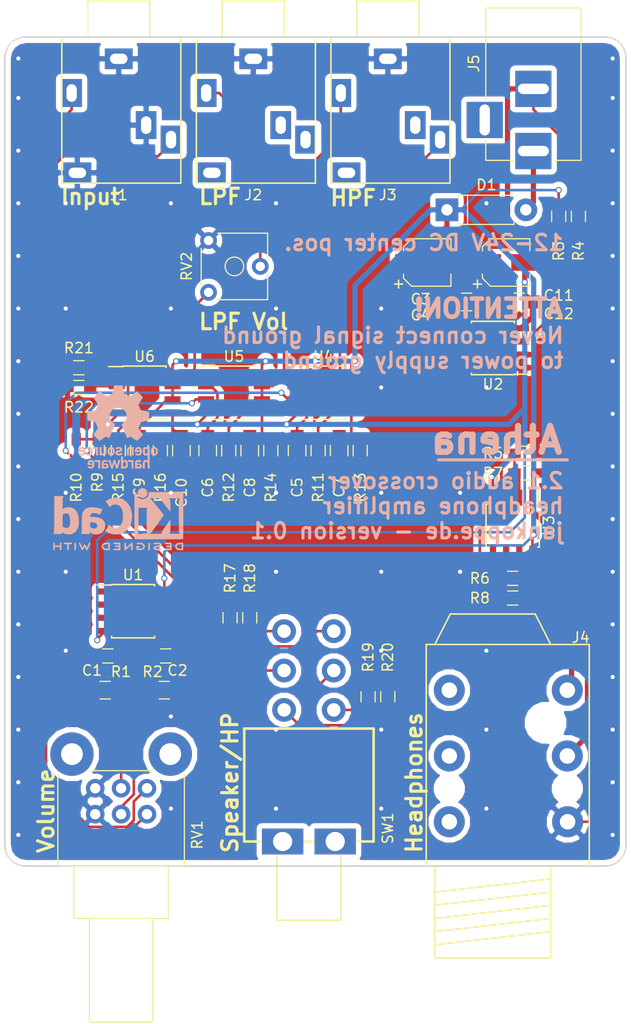
<source format=kicad_pcb>
(kicad_pcb (version 4) (host pcbnew 4.0.7)
  (title_block (title Athena) (date 2018-02-22) (rev 0.1) (company jankoppe.de) (comment 1 "2.1 audio crossover") (comment 2 "headphone amplifier"))
  (layers (0 F.Cu signal) (31 B.Cu signal) (34 B.Paste user) (35 F.Paste user) (36 B.SilkS user) (37 F.SilkS user) (38 B.Mask user) (39 F.Mask user) (44 Edge.Cuts user))
  (net 0 "")
  (net 1 GND)
  (net 2 "Net-(C1-Pad1)")
  (net 3 "Net-(C1-Pad2)")
  (net 4 "Net-(C2-Pad1)")
  (net 5 "Net-(C2-Pad2)")
  (net 6 "Net-(D1-Pad2)")
  (net 7 "Net-(R3-Pad2)")
  (net 8 "Net-(J1-Pad1)")
  (net 9 "Net-(J1-Pad2)")
  (net 10 HP_R)
  (net 11 HP_L)
  (net 12 "Net-(R5-Pad2)")
  (net 13 "Net-(R6-Pad1)")
  (net 14 "Net-(C5-Pad1)")
  (net 15 "Net-(C5-Pad2)")
  (net 16 "Net-(C6-Pad1)")
  (net 17 "Net-(C6-Pad2)")
  (net 18 "Net-(C7-Pad1)")
  (net 19 "Net-(C8-Pad1)")
  (net 20 "Net-(C9-Pad1)")
  (net 21 "Net-(C10-Pad2)")
  (net 22 TOP_R)
  (net 23 TOP_L)
  (net 24 SUB)
  (net 25 "Net-(R10-Pad1)")
  (net 26 "Net-(R15-Pad2)")
  (net 27 +6V)
  (net 28 -6V)
  (net 29 "Net-(C9-Pad2)")
  (net 30 IN_SPK_L)
  (net 31 IN_HP_R)
  (net 32 IN_HP_L)
  (net 33 IN_SPK_R)
  (net 34 "Net-(SW1-Pad2)")
  (net 35 "Net-(SW1-Pad5)")
  (net 36 "Net-(R21-Pad2)")
  (module MS-500:MS500FVT (layer F.Cu) (at 65.405 112.395 180)
    (fp_text reference SW1 (at -7.62 1.27 270) (layer F.SilkS))
    (fp_text value "MS 500FVT")
    (pad "" thru_hole rect (at 2.54 0 180) (size 4 2.5) (drill 1.85) (layers *.Cu *.Mask))
    (pad "" thru_hole rect (at -2.54 0 180) (size 4 2.5) (drill 1.85) (layers *.Cu *.Mask))
    (pad 4 thru_hole circle (at 2.4 12.7 180) (size 2.3 2.3) (drill 1.3) (layers *.Cu *.Mask) (net 32 IN_HP_L))
    (pad 1 thru_hole circle (at -2.4 12.7 180) (size 2.3 2.3) (drill 1.3) (layers *.Cu *.Mask) (net 31 IN_HP_R))
    (pad 2 thru_hole circle (at -2.4 16.5 180) (size 2.3 2.3) (drill 1.3) (layers *.Cu *.Mask) (net 34 "Net-(SW1-Pad2)"))
    (pad 5 thru_hole circle (at 2.4 16.5 180) (size 2.3 2.3) (drill 1.3) (layers *.Cu *.Mask) (net 35 "Net-(SW1-Pad5)"))
    (pad 6 thru_hole circle (at 2.4 20.3 180) (size 2.3 2.3) (drill 1.3) (layers *.Cu *.Mask) (net 30 IN_SPK_L))
    (pad 3 thru_hole circle (at -2.4 20.3 180) (size 2.3 2.3) (drill 1.3) (layers *.Cu *.Mask) (net 33 IN_SPK_R))
  )
  (module NRJ6HF:NRJ6HF (layer F.Cu) (at 83.165 114.74 180)
    (fp_text reference J4 (at -8.5 22.03 180) (layer F.SilkS))
    (fp_text value NRJ6HF)
    (pad 6 thru_hole circle (at 4.2 4.25 180) (size 3 3) (drill 1.5) (layers *.Cu *.Mask))
    (pad 5 thru_hole circle (at 4.2 10.6 180) (size 3 3) (drill 1.5) (layers *.Cu *.Mask))
    (pad 4 thru_hole circle (at 4.2 16.95 180) (size 3 3) (drill 1.5) (layers *.Cu *.Mask))
    (pad 3 thru_hole circle (at -7.23 4.25 180) (size 3 3) (drill 1.5) (layers *.Cu *.Mask) (net 1 GND))
    (pad 2 thru_hole circle (at -7.2 10.6 180) (size 3 3) (drill 1.5) (layers *.Cu *.Mask) (net 10 HP_R))
    (pad 1 thru_hole circle (at -7.2 16.95 180) (size 3 3) (drill 1.5) (layers *.Cu *.Mask) (net 11 HP_L))
    (pad "" np_thru_hole circle (at -5.1 13.8 180) (size 3 3) (drill 3) (layers *.Cu *.Mask))
    (pad "" np_thru_hole circle (at 4.2 7.45 180) (size 2 2) (drill 2) (layers *.Cu *.Mask))
    (pad "" np_thru_hole circle (at -7.2 7.45 180) (size 2 2) (drill 2) (layers *.Cu *.Mask))
  )
  (module Connectors:BARREL_JACK (layer F.Cu) (at 87.09 45.76 270)
    (fp_text reference J5 (at -8.45 5.75 450) (layer F.SilkS))
    (fp_text value "DC BU21 90")
    (pad 1 thru_hole rect (at 0 0 270) (size 3.5 3.5) (drill oval 1 3) (layers *.Cu *.Mask) (net 6 "Net-(D1-Pad2)"))
    (pad 2 thru_hole rect (at -6 0 270) (size 3.5 3.5) (drill oval 1 3) (layers *.Cu *.Mask) (net 28 -6V))
    (pad 3 thru_hole rect (at -3 4.7 270) (size 3.5 3.5) (drill oval 3 1) (layers *.Cu *.Mask))
  )
  (module Potentiometers:Potentiometer_Alps_RK09L_Double_Vertical (layer F.Cu) (at 44.76 109.76 270)
    (fp_text reference RV1 (at 2 -9.85 270) (layer F.SilkS))
    (fp_text value "10k log")
    (pad 3 thru_hole circle (at 0 -5 270) (size 1.8 1.8) (drill 1) (layers *.Cu *.Mask) (net 8 "Net-(J1-Pad1)"))
    (pad 2 thru_hole circle (at 0 -2.5 270) (size 1.8 1.8) (drill 1) (layers *.Cu *.Mask) (net 5 "Net-(C2-Pad2)"))
    (pad 1 thru_hole circle (at 0 0 270) (size 1.8 1.8) (drill 1) (layers *.Cu *.Mask) (net 1 GND))
    (pad 6 thru_hole circle (at -2.5 -5 270) (size 1.8 1.8) (drill 1) (layers *.Cu *.Mask) (net 9 "Net-(J1-Pad2)"))
    (pad 5 thru_hole circle (at -2.5 -2.5 270) (size 1.8 1.8) (drill 1) (layers *.Cu *.Mask) (net 3 "Net-(C1-Pad2)"))
    (pad 4 thru_hole circle (at -2.5 0 270) (size 1.8 1.8) (drill 1) (layers *.Cu *.Mask) (net 1 GND))
    (pad 0 thru_hole circle (at -5.8 -7.25 270) (size 4.2 4.2) (drill 2.1) (layers *.Cu *.Mask))
    (pad 0 thru_hole circle (at -5.8 2.25 270) (size 4.2 4.2) (drill 2.1) (layers *.Cu *.Mask))
  )
  (module Capacitors_SMD:C_0805_HandSoldering (layer F.Cu) (at 45.72 97.79 180)
    (fp_text reference C1 (at 1.27 1.905 180) (layer F.SilkS))
    (fp_text value 100n)
    (pad 1 smd rect (at -1.25 0 180) (size 1.5 1.25) (layers F.Cu F.Paste F.Mask) (net 2 "Net-(C1-Pad1)"))
    (pad 2 smd rect (at 1.25 0 180) (size 1.5 1.25) (layers F.Cu F.Paste F.Mask) (net 3 "Net-(C1-Pad2)"))
  )
  (module Capacitors_SMD:C_0805_HandSoldering (layer F.Cu) (at 51.435 97.79)
    (fp_text reference C2 (at 1.27 -1.905) (layer F.SilkS))
    (fp_text value 100n)
    (pad 1 smd rect (at -1.25 0) (size 1.5 1.25) (layers F.Cu F.Paste F.Mask) (net 4 "Net-(C2-Pad1)"))
    (pad 2 smd rect (at 1.25 0) (size 1.5 1.25) (layers F.Cu F.Paste F.Mask) (net 5 "Net-(C2-Pad2)"))
  )
  (module Capacitors_SMD:C_0805_HandSoldering (layer F.Cu) (at 80.645 60.325)
    (fp_text reference C4 (at -4.445 1.27) (layer F.SilkS))
    (fp_text value 100n)
    (pad 1 smd rect (at -1.25 0) (size 1.5 1.25) (layers F.Cu F.Paste F.Mask) (net 27 +6V))
    (pad 2 smd rect (at 1.25 0) (size 1.5 1.25) (layers F.Cu F.Paste F.Mask) (net 1 GND))
  )
  (module Diodes_THT:D_DO-41_SOD81_P7.62mm_Horizontal (layer F.Cu) (at 78.74 51.435)
    (fp_text reference D1 (at 3.81 -2.41) (layer F.SilkS))
    (fp_text value 1n4001)
    (pad 1 thru_hole rect (at 0 0) (size 2.2 2.2) (drill 1.1) (layers *.Cu *.Mask) (net 27 +6V))
    (pad 2 thru_hole oval (at 7.62 0) (size 2.2 2.2) (drill 1.1) (layers *.Cu *.Mask) (net 6 "Net-(D1-Pad2)"))
  )
  (module Resistors_SMD:R_0603_HandSoldering (layer F.Cu) (at 45.974 94.488 180)
    (fp_text reference R1 (at -1.27 -1.524 180) (layer F.SilkS))
    (fp_text value 100k)
    (pad 1 smd rect (at -1.1 0 180) (size 1.2 0.9) (layers F.Cu F.Paste F.Mask) (net 2 "Net-(C1-Pad1)"))
    (pad 2 smd rect (at 1.1 0 180) (size 1.2 0.9) (layers F.Cu F.Paste F.Mask) (net 1 GND))
  )
  (module Resistors_SMD:R_0603_HandSoldering (layer F.Cu) (at 51.562 94.488)
    (fp_text reference R2 (at -1.27 1.524) (layer F.SilkS))
    (fp_text value 100k)
    (pad 1 smd rect (at -1.1 0) (size 1.2 0.9) (layers F.Cu F.Paste F.Mask) (net 4 "Net-(C2-Pad1)"))
    (pad 2 smd rect (at 1.1 0) (size 1.2 0.9) (layers F.Cu F.Paste F.Mask) (net 1 GND))
  )
  (module Housings_SOIC:SOIC-8_3.9x4.9mm_Pitch1.27mm (layer F.Cu) (at 48.42 90.17)
    (fp_text reference U1 (at 0 -3.5) (layer F.SilkS))
    (fp_text value NE5532)
    (pad 1 smd rect (at -2.7 -1.905) (size 1.55 0.6) (layers F.Cu F.Paste F.Mask) (net 34 "Net-(SW1-Pad2)"))
    (pad 2 smd rect (at -2.7 -0.635) (size 1.55 0.6) (layers F.Cu F.Paste F.Mask) (net 34 "Net-(SW1-Pad2)"))
    (pad 3 smd rect (at -2.7 0.635) (size 1.55 0.6) (layers F.Cu F.Paste F.Mask) (net 2 "Net-(C1-Pad1)"))
    (pad 4 smd rect (at -2.7 1.905) (size 1.55 0.6) (layers F.Cu F.Paste F.Mask) (net 28 -6V))
    (pad 5 smd rect (at 2.7 1.905) (size 1.55 0.6) (layers F.Cu F.Paste F.Mask) (net 4 "Net-(C2-Pad1)"))
    (pad 6 smd rect (at 2.7 0.635) (size 1.55 0.6) (layers F.Cu F.Paste F.Mask) (net 35 "Net-(SW1-Pad5)"))
    (pad 7 smd rect (at 2.7 -0.635) (size 1.55 0.6) (layers F.Cu F.Paste F.Mask) (net 35 "Net-(SW1-Pad5)"))
    (pad 8 smd rect (at 2.7 -1.905) (size 1.55 0.6) (layers F.Cu F.Paste F.Mask) (net 27 +6V))
  )
  (module Housings_SOIC:SOIC-8_3.9x4.9mm_Pitch1.27mm (layer F.Cu) (at 83.185 64.77 180)
    (fp_text reference U2 (at 0 -3.5 180) (layer F.SilkS))
    (fp_text value TL072)
    (pad 1 smd rect (at -2.7 -1.905 180) (size 1.55 0.6) (layers F.Cu F.Paste F.Mask) (net 1 GND))
    (pad 2 smd rect (at -2.7 -0.635 180) (size 1.55 0.6) (layers F.Cu F.Paste F.Mask) (net 1 GND))
    (pad 3 smd rect (at -2.7 0.635 180) (size 1.55 0.6) (layers F.Cu F.Paste F.Mask) (net 7 "Net-(R3-Pad2)"))
    (pad 4 smd rect (at -2.7 1.905 180) (size 1.55 0.6) (layers F.Cu F.Paste F.Mask) (net 28 -6V))
    (pad 5 smd rect (at 2.7 1.905 180) (size 1.55 0.6) (layers F.Cu F.Paste F.Mask))
    (pad 6 smd rect (at 2.7 0.635 180) (size 1.55 0.6) (layers F.Cu F.Paste F.Mask))
    (pad 7 smd rect (at 2.7 -0.635 180) (size 1.55 0.6) (layers F.Cu F.Paste F.Mask))
    (pad 8 smd rect (at 2.7 -1.905 180) (size 1.55 0.6) (layers F.Cu F.Paste F.Mask) (net 27 +6V))
  )
  (module Resistors_SMD:R_0603_HandSoldering (layer F.Cu) (at 89.535 52.07 270)
    (fp_text reference R3 (at 3.345 0 270) (layer F.SilkS))
    (fp_text value 10k)
    (pad 1 smd rect (at -1.1 0 270) (size 1.2 0.9) (layers F.Cu F.Paste F.Mask) (net 27 +6V))
    (pad 2 smd rect (at 1.1 0 270) (size 1.2 0.9) (layers F.Cu F.Paste F.Mask) (net 7 "Net-(R3-Pad2)"))
  )
  (module Resistors_SMD:R_0603_HandSoldering (layer F.Cu) (at 91.44 52.07 90)
    (fp_text reference R4 (at -3.345 0 90) (layer F.SilkS))
    (fp_text value 10k)
    (pad 1 smd rect (at -1.1 0 90) (size 1.2 0.9) (layers F.Cu F.Paste F.Mask) (net 7 "Net-(R3-Pad2)"))
    (pad 2 smd rect (at 1.1 0 90) (size 1.2 0.9) (layers F.Cu F.Paste F.Mask) (net 28 -6V))
  )
  (module Resistors_SMD:R_0603_HandSoldering (layer F.Cu) (at 86.36 74.93 180)
    (fp_text reference R5 (at 3.175 0 180) (layer F.SilkS))
    (fp_text value 2k7)
    (pad 1 smd rect (at -1.1 0 180) (size 1.2 0.9) (layers F.Cu F.Paste F.Mask) (net 1 GND))
    (pad 2 smd rect (at 1.1 0 180) (size 1.2 0.9) (layers F.Cu F.Paste F.Mask) (net 12 "Net-(R5-Pad2)"))
  )
  (module Resistors_SMD:R_0603_HandSoldering (layer F.Cu) (at 85.09 88.9)
    (fp_text reference R6 (at -3.175 -1.905) (layer F.SilkS))
    (fp_text value 2k7)
    (pad 1 smd rect (at -1.1 0) (size 1.2 0.9) (layers F.Cu F.Paste F.Mask) (net 13 "Net-(R6-Pad1)"))
    (pad 2 smd rect (at 1.1 0) (size 1.2 0.9) (layers F.Cu F.Paste F.Mask) (net 1 GND))
  )
  (module Resistors_SMD:R_0603_HandSoldering (layer F.Cu) (at 86.36 76.835 180)
    (fp_text reference R7 (at 3.175 0 180) (layer F.SilkS))
    (fp_text value 8k2)
    (pad 1 smd rect (at -1.1 0 180) (size 1.2 0.9) (layers F.Cu F.Paste F.Mask) (net 10 HP_R))
    (pad 2 smd rect (at 1.1 0 180) (size 1.2 0.9) (layers F.Cu F.Paste F.Mask) (net 12 "Net-(R5-Pad2)"))
  )
  (module Resistors_SMD:R_0603_HandSoldering (layer F.Cu) (at 85.09 86.995 180)
    (fp_text reference R8 (at 3.175 -1.905 180) (layer F.SilkS))
    (fp_text value 8k2)
    (pad 1 smd rect (at -1.1 0 180) (size 1.2 0.9) (layers F.Cu F.Paste F.Mask) (net 11 HP_L))
    (pad 2 smd rect (at 1.1 0 180) (size 1.2 0.9) (layers F.Cu F.Paste F.Mask) (net 13 "Net-(R6-Pad1)"))
  )
  (module Housings_SOIC:SOIC-8_3.9x4.9mm_Pitch1.27mm (layer F.Cu) (at 85.09 81.915 270)
    (fp_text reference U3 (at 0 -3.5 270) (layer F.SilkS))
    (fp_text value OPA2134)
    (pad 1 smd rect (at -2.7 -1.905 270) (size 1.55 0.6) (layers F.Cu F.Paste F.Mask) (net 10 HP_R))
    (pad 2 smd rect (at -2.7 -0.635 270) (size 1.55 0.6) (layers F.Cu F.Paste F.Mask) (net 12 "Net-(R5-Pad2)"))
    (pad 3 smd rect (at -2.7 0.635 270) (size 1.55 0.6) (layers F.Cu F.Paste F.Mask) (net 31 IN_HP_R))
    (pad 4 smd rect (at -2.7 1.905 270) (size 1.55 0.6) (layers F.Cu F.Paste F.Mask) (net 28 -6V))
    (pad 5 smd rect (at 2.7 1.905 270) (size 1.55 0.6) (layers F.Cu F.Paste F.Mask) (net 32 IN_HP_L))
    (pad 6 smd rect (at 2.7 0.635 270) (size 1.55 0.6) (layers F.Cu F.Paste F.Mask) (net 13 "Net-(R6-Pad1)"))
    (pad 7 smd rect (at 2.7 -0.635 270) (size 1.55 0.6) (layers F.Cu F.Paste F.Mask) (net 11 HP_L))
    (pad 8 smd rect (at 2.7 -1.905 270) (size 1.55 0.6) (layers F.Cu F.Paste F.Mask) (net 27 +6V))
  )
  (module Housings_SOIC:SOIC-8_3.9x4.9mm_Pitch1.27mm (layer F.Cu) (at 66.802 69.088)
    (fp_text reference U4 (at 0 -3.5) (layer F.SilkS))
    (fp_text value NE5532)
    (pad 1 smd rect (at -2.7 -1.905) (size 1.55 0.6) (layers F.Cu F.Paste F.Mask) (net 15 "Net-(C5-Pad2)"))
    (pad 2 smd rect (at -2.7 -0.635) (size 1.55 0.6) (layers F.Cu F.Paste F.Mask) (net 15 "Net-(C5-Pad2)"))
    (pad 3 smd rect (at -2.7 0.635) (size 1.55 0.6) (layers F.Cu F.Paste F.Mask) (net 33 IN_SPK_R))
    (pad 4 smd rect (at -2.7 1.905) (size 1.55 0.6) (layers F.Cu F.Paste F.Mask) (net 28 -6V))
    (pad 5 smd rect (at 2.7 1.905) (size 1.55 0.6) (layers F.Cu F.Paste F.Mask) (net 18 "Net-(C7-Pad1)"))
    (pad 6 smd rect (at 2.7 0.635) (size 1.55 0.6) (layers F.Cu F.Paste F.Mask) (net 22 TOP_R))
    (pad 7 smd rect (at 2.7 -0.635) (size 1.55 0.6) (layers F.Cu F.Paste F.Mask) (net 22 TOP_R))
    (pad 8 smd rect (at 2.7 -1.905) (size 1.55 0.6) (layers F.Cu F.Paste F.Mask) (net 27 +6V))
  )
  (module Capacitors_SMD:C_0805_HandSoldering (layer F.Cu) (at 64.262 74.676 90)
    (fp_text reference C5 (at -3.556 0 90) (layer F.SilkS))
    (fp_text value 100n)
    (pad 1 smd rect (at -1.25 0 90) (size 1.5 1.25) (layers F.Cu F.Paste F.Mask) (net 14 "Net-(C5-Pad1)"))
    (pad 2 smd rect (at 1.25 0 90) (size 1.5 1.25) (layers F.Cu F.Paste F.Mask) (net 15 "Net-(C5-Pad2)"))
  )
  (module Capacitors_SMD:C_0805_HandSoldering (layer F.Cu) (at 55.626 74.676 90)
    (fp_text reference C6 (at -3.556 0 90) (layer F.SilkS))
    (fp_text value 100n)
    (pad 1 smd rect (at -1.25 0 90) (size 1.5 1.25) (layers F.Cu F.Paste F.Mask) (net 16 "Net-(C6-Pad1)"))
    (pad 2 smd rect (at 1.25 0 90) (size 1.5 1.25) (layers F.Cu F.Paste F.Mask) (net 17 "Net-(C6-Pad2)"))
  )
  (module Capacitors_SMD:C_0805_HandSoldering (layer F.Cu) (at 68.326 74.676 270)
    (fp_text reference C7 (at 3.556 0 270) (layer F.SilkS))
    (fp_text value 100n)
    (pad 1 smd rect (at -1.25 0 270) (size 1.5 1.25) (layers F.Cu F.Paste F.Mask) (net 18 "Net-(C7-Pad1)"))
    (pad 2 smd rect (at 1.25 0 270) (size 1.5 1.25) (layers F.Cu F.Paste F.Mask) (net 14 "Net-(C5-Pad1)"))
  )
  (module Capacitors_SMD:C_0805_HandSoldering (layer F.Cu) (at 59.69 74.676 270)
    (fp_text reference C8 (at 3.556 0 270) (layer F.SilkS))
    (fp_text value 100n)
    (pad 1 smd rect (at -1.25 0 270) (size 1.5 1.25) (layers F.Cu F.Paste F.Mask) (net 19 "Net-(C8-Pad1)"))
    (pad 2 smd rect (at 1.25 0 270) (size 1.5 1.25) (layers F.Cu F.Paste F.Mask) (net 16 "Net-(C6-Pad1)"))
  )
  (module Capacitors_SMD:C_0805_HandSoldering (layer F.Cu) (at 49.022 74.676 90)
    (fp_text reference C9 (at -3.556 0 90) (layer F.SilkS))
    (fp_text value 100n)
    (pad 1 smd rect (at -1.25 0 90) (size 1.5 1.25) (layers F.Cu F.Paste F.Mask) (net 20 "Net-(C9-Pad1)"))
    (pad 2 smd rect (at 1.25 0 90) (size 1.5 1.25) (layers F.Cu F.Paste F.Mask) (net 29 "Net-(C9-Pad2)"))
  )
  (module Capacitors_SMD:C_0805_HandSoldering (layer F.Cu) (at 53.086 74.676 90)
    (fp_text reference C10 (at -4.064 0 90) (layer F.SilkS))
    (fp_text value 100n)
    (pad 1 smd rect (at -1.25 0 90) (size 1.5 1.25) (layers F.Cu F.Paste F.Mask) (net 1 GND))
    (pad 2 smd rect (at 1.25 0 90) (size 1.5 1.25) (layers F.Cu F.Paste F.Mask) (net 21 "Net-(C10-Pad2)"))
  )
  (module Capacitors_SMD:C_0805_HandSoldering (layer F.Cu) (at 85.725 60.325)
    (fp_text reference C12 (at 3.81 1.143) (layer F.SilkS))
    (fp_text value 100n)
    (pad 1 smd rect (at -1.25 0) (size 1.5 1.25) (layers F.Cu F.Paste F.Mask) (net 1 GND))
    (pad 2 smd rect (at 1.25 0) (size 1.5 1.25) (layers F.Cu F.Paste F.Mask) (net 28 -6V))
  )
  (module Resistors_SMD:R_0603_HandSoldering (layer F.Cu) (at 44.958 74.676 270)
    (fp_text reference R9 (at 3.048 0 270) (layer F.SilkS))
    (fp_text value 10k)
    (pad 1 smd rect (at -1.1 0 270) (size 1.2 0.9) (layers F.Cu F.Paste F.Mask) (net 25 "Net-(R10-Pad1)"))
    (pad 2 smd rect (at 1.1 0 270) (size 1.2 0.9) (layers F.Cu F.Paste F.Mask) (net 30 IN_SPK_L))
  )
  (module Resistors_SMD:R_0603_HandSoldering (layer F.Cu) (at 42.926 74.676 270)
    (fp_text reference R10 (at 3.556 0 270) (layer F.SilkS))
    (fp_text value 10k)
    (pad 1 smd rect (at -1.1 0 270) (size 1.2 0.9) (layers F.Cu F.Paste F.Mask) (net 25 "Net-(R10-Pad1)"))
    (pad 2 smd rect (at 1.1 0 270) (size 1.2 0.9) (layers F.Cu F.Paste F.Mask) (net 33 IN_SPK_R))
  )
  (module Resistors_SMD:R_0603_HandSoldering (layer F.Cu) (at 66.294 74.676 270)
    (fp_text reference R11 (at 3.556 0 270) (layer F.SilkS))
    (fp_text value 22k)
    (pad 1 smd rect (at -1.1 0 270) (size 1.2 0.9) (layers F.Cu F.Paste F.Mask) (net 22 TOP_R))
    (pad 2 smd rect (at 1.1 0 270) (size 1.2 0.9) (layers F.Cu F.Paste F.Mask) (net 14 "Net-(C5-Pad1)"))
  )
  (module Resistors_SMD:R_0603_HandSoldering (layer F.Cu) (at 57.658 74.676 270)
    (fp_text reference R12 (at 3.556 0 270) (layer F.SilkS))
    (fp_text value 22k)
    (pad 1 smd rect (at -1.1 0 270) (size 1.2 0.9) (layers F.Cu F.Paste F.Mask) (net 23 TOP_L))
    (pad 2 smd rect (at 1.1 0 270) (size 1.2 0.9) (layers F.Cu F.Paste F.Mask) (net 16 "Net-(C6-Pad1)"))
  )
  (module Resistors_SMD:R_0603_HandSoldering (layer F.Cu) (at 70.358 74.676 270)
    (fp_text reference R13 (at 3.556 0 270) (layer F.SilkS))
    (fp_text value 22k)
    (pad 1 smd rect (at -1.1 0 270) (size 1.2 0.9) (layers F.Cu F.Paste F.Mask) (net 18 "Net-(C7-Pad1)"))
    (pad 2 smd rect (at 1.1 0 270) (size 1.2 0.9) (layers F.Cu F.Paste F.Mask) (net 1 GND))
  )
  (module Resistors_SMD:R_0603_HandSoldering (layer F.Cu) (at 61.722 74.676 270)
    (fp_text reference R14 (at 3.556 0 270) (layer F.SilkS))
    (fp_text value 22k)
    (pad 1 smd rect (at -1.1 0 270) (size 1.2 0.9) (layers F.Cu F.Paste F.Mask) (net 19 "Net-(C8-Pad1)"))
    (pad 2 smd rect (at 1.1 0 270) (size 1.2 0.9) (layers F.Cu F.Paste F.Mask) (net 1 GND))
  )
  (module Resistors_SMD:R_0603_HandSoldering (layer F.Cu) (at 46.99 74.676 90)
    (fp_text reference R15 (at -3.556 0 90) (layer F.SilkS))
    (fp_text value 22k)
    (pad 1 smd rect (at -1.1 0 90) (size 1.2 0.9) (layers F.Cu F.Paste F.Mask) (net 20 "Net-(C9-Pad1)"))
    (pad 2 smd rect (at 1.1 0 90) (size 1.2 0.9) (layers F.Cu F.Paste F.Mask) (net 26 "Net-(R15-Pad2)"))
  )
  (module Resistors_SMD:R_0603_HandSoldering (layer F.Cu) (at 51.054 74.676 270)
    (fp_text reference R16 (at 3.556 0 270) (layer F.SilkS))
    (fp_text value 22k)
    (pad 1 smd rect (at -1.1 0 270) (size 1.2 0.9) (layers F.Cu F.Paste F.Mask) (net 21 "Net-(C10-Pad2)"))
    (pad 2 smd rect (at 1.1 0 270) (size 1.2 0.9) (layers F.Cu F.Paste F.Mask) (net 20 "Net-(C9-Pad1)"))
  )
  (module Housings_SOIC:SOIC-8_3.9x4.9mm_Pitch1.27mm (layer F.Cu) (at 58.166 69.088)
    (fp_text reference U5 (at 0 -3.5) (layer F.SilkS))
    (fp_text value NE5532)
    (pad 1 smd rect (at -2.7 -1.905) (size 1.55 0.6) (layers F.Cu F.Paste F.Mask) (net 17 "Net-(C6-Pad2)"))
    (pad 2 smd rect (at -2.7 -0.635) (size 1.55 0.6) (layers F.Cu F.Paste F.Mask) (net 17 "Net-(C6-Pad2)"))
    (pad 3 smd rect (at -2.7 0.635) (size 1.55 0.6) (layers F.Cu F.Paste F.Mask) (net 30 IN_SPK_L))
    (pad 4 smd rect (at -2.7 1.905) (size 1.55 0.6) (layers F.Cu F.Paste F.Mask) (net 28 -6V))
    (pad 5 smd rect (at 2.7 1.905) (size 1.55 0.6) (layers F.Cu F.Paste F.Mask) (net 19 "Net-(C8-Pad1)"))
    (pad 6 smd rect (at 2.7 0.635) (size 1.55 0.6) (layers F.Cu F.Paste F.Mask) (net 23 TOP_L))
    (pad 7 smd rect (at 2.7 -0.635) (size 1.55 0.6) (layers F.Cu F.Paste F.Mask) (net 23 TOP_L))
    (pad 8 smd rect (at 2.7 -1.905) (size 1.55 0.6) (layers F.Cu F.Paste F.Mask) (net 27 +6V))
  )
  (module Housings_SOIC:SOIC-8_3.9x4.9mm_Pitch1.27mm (layer F.Cu) (at 49.53 69.088)
    (fp_text reference U6 (at 0 -3.5) (layer F.SilkS))
    (fp_text value NE5532)
    (pad 1 smd rect (at -2.7 -1.905) (size 1.55 0.6) (layers F.Cu F.Paste F.Mask) (net 26 "Net-(R15-Pad2)"))
    (pad 2 smd rect (at -2.7 -0.635) (size 1.55 0.6) (layers F.Cu F.Paste F.Mask) (net 36 "Net-(R21-Pad2)"))
    (pad 3 smd rect (at -2.7 0.635) (size 1.55 0.6) (layers F.Cu F.Paste F.Mask) (net 25 "Net-(R10-Pad1)"))
    (pad 4 smd rect (at -2.7 1.905) (size 1.55 0.6) (layers F.Cu F.Paste F.Mask) (net 28 -6V))
    (pad 5 smd rect (at 2.7 1.905) (size 1.55 0.6) (layers F.Cu F.Paste F.Mask) (net 21 "Net-(C10-Pad2)"))
    (pad 6 smd rect (at 2.7 0.635) (size 1.55 0.6) (layers F.Cu F.Paste F.Mask) (net 29 "Net-(C9-Pad2)"))
    (pad 7 smd rect (at 2.7 -0.635) (size 1.55 0.6) (layers F.Cu F.Paste F.Mask) (net 29 "Net-(C9-Pad2)"))
    (pad 8 smd rect (at 2.7 -1.905) (size 1.55 0.6) (layers F.Cu F.Paste F.Mask) (net 27 +6V))
  )
  (module Resistors_SMD:R_0603_HandSoldering (layer F.Cu) (at 57.785 90.805 90)
    (fp_text reference R17 (at 3.81 0 90) (layer F.SilkS))
    (fp_text value 100k)
    (pad 1 smd rect (at -1.1 0 90) (size 1.2 0.9) (layers F.Cu F.Paste F.Mask) (net 33 IN_SPK_R))
    (pad 2 smd rect (at 1.1 0 90) (size 1.2 0.9) (layers F.Cu F.Paste F.Mask) (net 1 GND))
  )
  (module Resistors_SMD:R_0603_HandSoldering (layer F.Cu) (at 71.12 98.425 90)
    (fp_text reference R19 (at 3.81 0 90) (layer F.SilkS))
    (fp_text value 100k)
    (pad 1 smd rect (at -1.1 0 90) (size 1.2 0.9) (layers F.Cu F.Paste F.Mask) (net 31 IN_HP_R))
    (pad 2 smd rect (at 1.1 0 90) (size 1.2 0.9) (layers F.Cu F.Paste F.Mask) (net 1 GND))
  )
  (module Resistors_SMD:R_0603_HandSoldering (layer F.Cu) (at 59.69 90.805 90)
    (fp_text reference R18 (at 3.81 0 90) (layer F.SilkS))
    (fp_text value 100k)
    (pad 1 smd rect (at -1.1 0 90) (size 1.2 0.9) (layers F.Cu F.Paste F.Mask) (net 30 IN_SPK_L))
    (pad 2 smd rect (at 1.1 0 90) (size 1.2 0.9) (layers F.Cu F.Paste F.Mask) (net 1 GND))
  )
  (module Resistors_SMD:R_0603_HandSoldering (layer F.Cu) (at 73.025 98.425 90)
    (fp_text reference R20 (at 3.81 0 90) (layer F.SilkS))
    (fp_text value 100k)
    (pad 1 smd rect (at -1.1 0 90) (size 1.2 0.9) (layers F.Cu F.Paste F.Mask) (net 32 IN_HP_L))
    (pad 2 smd rect (at 1.1 0 90) (size 1.2 0.9) (layers F.Cu F.Paste F.Mask) (net 1 GND))
  )
  (module Potentiometers:Potentiometer_Trimmer_ACP_CA6v_Horizontal (layer F.Cu) (at 55.706 59.396)
    (fp_text reference RV2 (at -2.112 -2.5 90) (layer F.SilkS))
    (fp_text value "10k log")
    (pad 3 thru_hole circle (at 0 -5) (size 1.62 1.62) (drill 0.9) (layers *.Cu *.Mask) (net 1 GND))
    (pad 2 thru_hole circle (at 5 -2.5) (size 1.62 1.62) (drill 0.9) (layers *.Cu *.Mask) (net 24 SUB))
    (pad 1 thru_hole circle (at 0 0) (size 1.62 1.62) (drill 0.9) (layers *.Cu *.Mask) (net 29 "Net-(C9-Pad2)"))
  )
  (module Resistors_SMD:R_0603_HandSoldering (layer F.Cu) (at 43.18 66.675 180)
    (fp_text reference R21 (at 0 1.905 180) (layer F.SilkS))
    (fp_text value 10k)
    (pad 1 smd rect (at -1.1 0 180) (size 1.2 0.9) (layers F.Cu F.Paste F.Mask) (net 26 "Net-(R15-Pad2)"))
    (pad 2 smd rect (at 1.1 0 180) (size 1.2 0.9) (layers F.Cu F.Paste F.Mask) (net 36 "Net-(R21-Pad2)"))
  )
  (module Resistors_SMD:R_0603_HandSoldering (layer F.Cu) (at 43.18 68.58)
    (fp_text reference R22 (at 0 1.905) (layer F.SilkS))
    (fp_text value 10k)
    (pad 1 smd rect (at -1.1 0) (size 1.2 0.9) (layers F.Cu F.Paste F.Mask) (net 1 GND))
    (pad 2 smd rect (at 1.1 0) (size 1.2 0.9) (layers F.Cu F.Paste F.Mask) (net 36 "Net-(R21-Pad2)"))
  )
  (module via:VIA-0.6 (layer F.Cu) (at 72.39 93.98)
    (fp_text reference V24 hide)
    (fp_text value VIA hide)
    (pad 1 thru_hole circle (at 0 0) (size 0.6 0.6) (drill 0.4) (layers *.Cu) (net 1 GND))
  )
  (module via:VIA-0.6 (layer F.Cu) (at 72.39 101.6)
    (fp_text reference V23 hide)
    (fp_text value VIA hide)
    (pad 1 thru_hole circle (at 0 0) (size 0.6 0.6) (drill 0.4) (layers *.Cu) (net 1 GND))
  )
  (module via:VIA-0.6 (layer F.Cu) (at 72.39 86.36)
    (fp_text reference V22 hide)
    (fp_text value VIA hide)
    (pad 1 thru_hole circle (at 0 0) (size 0.6 0.6) (drill 0.4) (layers *.Cu) (net 1 GND))
  )
  (module via:VIA-0.6 (layer F.Cu) (at 41.91 86.36)
    (fp_text reference V21 hide)
    (fp_text value VIA hide)
    (pad 1 thru_hole circle (at 0 0) (size 0.6 0.6) (drill 0.4) (layers *.Cu) (net 1 GND))
  )
  (module via:VIA-0.6 (layer F.Cu) (at 80.01 78.74)
    (fp_text reference V20 hide)
    (fp_text value VIA hide)
    (pad 1 thru_hole circle (at 0 0) (size 0.6 0.6) (drill 0.4) (layers *.Cu) (net 1 GND))
  )
  (module via:VIA-0.6 (layer F.Cu) (at 72.39 78.74)
    (fp_text reference V19 hide)
    (fp_text value VIA hide)
    (pad 1 thru_hole circle (at 0 0) (size 0.6 0.6) (drill 0.4) (layers *.Cu) (net 1 GND))
  )
  (module via:VIA-0.6 (layer F.Cu) (at 62.23 78.74)
    (fp_text reference V18 hide)
    (fp_text value VIA hide)
    (pad 1 thru_hole circle (at 0 0) (size 0.6 0.6) (drill 0.4) (layers *.Cu) (net 1 GND))
  )
  (module via:VIA-0.6 (layer F.Cu) (at 52.07 78.74)
    (fp_text reference V17 hide)
    (fp_text value VIA hide)
    (pad 1 thru_hole circle (at 0 0) (size 0.6 0.6) (drill 0.4) (layers *.Cu) (net 1 GND))
  )
  (module via:VIA-0.6 (layer F.Cu) (at 41.91 78.74)
    (fp_text reference V16 hide)
    (fp_text value VIA hide)
    (pad 1 thru_hole circle (at 0 0) (size 0.6 0.6) (drill 0.4) (layers *.Cu) (net 1 GND))
  )
  (module via:VIA-0.6 (layer F.Cu) (at 82.55 68.58)
    (fp_text reference V15 hide)
    (fp_text value VIA hide)
    (pad 1 thru_hole circle (at 0 0) (size 0.6 0.6) (drill 0.4) (layers *.Cu) (net 1 GND))
  )
  (module via:VIA-0.6 (layer F.Cu) (at 72.39 68.58)
    (fp_text reference V14 hide)
    (fp_text value VIA hide)
    (pad 1 thru_hole circle (at 0 0) (size 0.6 0.6) (drill 0.4) (layers *.Cu) (net 1 GND))
  )
  (module via:VIA-0.6 (layer F.Cu) (at 80.01 86.36)
    (fp_text reference V13 hide)
    (fp_text value VIA hide)
    (pad 1 thru_hole circle (at 0 0) (size 0.6 0.6) (drill 0.4) (layers *.Cu) (net 1 GND))
  )
  (module via:VIA-0.6 (layer F.Cu) (at 41.91 93.98)
    (fp_text reference V12 hide)
    (fp_text value VIA hide)
    (pad 1 thru_hole circle (at 0 0) (size 0.6 0.6) (drill 0.4) (layers *.Cu) (net 1 GND))
  )
  (module via:VIA-0.6 (layer F.Cu) (at 62.23 86.36)
    (fp_text reference V11 hide)
    (fp_text value VIA hide)
    (pad 1 thru_hole circle (at 0 0) (size 0.6 0.6) (drill 0.4) (layers *.Cu) (net 1 GND))
  )
  (module via:VIA-0.6 (layer F.Cu) (at 82.55 93.98)
    (fp_text reference V10 hide)
    (fp_text value VIA hide)
    (pad 1 thru_hole circle (at 0 0) (size 0.6 0.6) (drill 0.4) (layers *.Cu) (net 1 GND))
  )
  (module via:VIA-0.6 (layer F.Cu) (at 82.55 50.8)
    (fp_text reference V9 hide)
    (fp_text value VIA hide)
    (pad 1 thru_hole circle (at 0 0) (size 0.6 0.6) (drill 0.4) (layers *.Cu) (net 1 GND))
  )
  (module via:VIA-0.6 (layer F.Cu) (at 72.39 60.96)
    (fp_text reference V8 hide)
    (fp_text value VIA hide)
    (pad 1 thru_hole circle (at 0 0) (size 0.6 0.6) (drill 0.4) (layers *.Cu) (net 1 GND))
  )
  (module via:VIA-0.6 (layer F.Cu) (at 52.07 100.33)
    (fp_text reference V7 hide)
    (fp_text value VIA hide)
    (pad 1 thru_hole circle (at 0 0) (size 0.6 0.6) (drill 0.4) (layers *.Cu) (net 1 GND))
  )
  (module via:VIA-0.6 (layer F.Cu) (at 62.23 60.96)
    (fp_text reference V6 hide)
    (fp_text value VIA hide)
    (pad 1 thru_hole circle (at 0 0) (size 0.6 0.6) (drill 0.4) (layers *.Cu) (net 1 GND))
  )
  (module via:VIA-0.6 (layer F.Cu) (at 52.07 60.96)
    (fp_text reference V5 hide)
    (fp_text value VIA hide)
    (pad 1 thru_hole circle (at 0 0) (size 0.6 0.6) (drill 0.4) (layers *.Cu) (net 1 GND))
  )
  (module via:VIA-0.6 (layer F.Cu) (at 41.91 60.96)
    (fp_text reference V4 hide)
    (fp_text value VIA hide)
    (pad 1 thru_hole circle (at 0 0) (size 0.6 0.6) (drill 0.4) (layers *.Cu) (net 1 GND))
  )
  (module via:VIA-0.6 (layer F.Cu) (at 62.23 50.8)
    (fp_text reference V3 hide)
    (fp_text value VIA hide)
    (pad 1 thru_hole circle (at 0 0) (size 0.6 0.6) (drill 0.4) (layers *.Cu) (net 1 GND))
  )
  (module via:VIA-0.6 (layer F.Cu) (at 52.07 50.8)
    (fp_text reference V2 hide)
    (fp_text value VIA hide)
    (pad 1 thru_hole circle (at 0 0) (size 0.6 0.6) (drill 0.4) (layers *.Cu) (net 1 GND))
  )
  (module via:VIA-0.6 (layer F.Cu) (at 41.91 50.8)
    (fp_text reference V1 hide)
    (fp_text value VIA hide)
    (pad 1 thru_hole circle (at 0 0) (size 0.6 0.6) (drill 0.4) (layers *.Cu) (net 1 GND))
  )
  (module Symbols:KiCad-Logo2_6mm_SilkScreen (layer B.Cu) (at 46.99 81.28 180)
    (fp_text reference REF*** hide)
    (fp_text value KiCad-Logo2_6mm_SilkScreen hide)
  )
  (module Symbols:OSHW-Logo_7.5x8mm_SilkScreen (layer B.Cu) (at 46.99 72.39 180)
    (fp_text reference REF*** hide)
    (fp_text value OSHW-Logo_7.5x8mm_SilkScreen hide)
  )
  (module via:VIA-0.6 (layer F.Cu) (at 82.55 101.6)
    (fp_text reference V25 hide)
    (fp_text value VIA hide)
    (pad 1 thru_hole circle (at 0 0) (size 0.6 0.6) (drill 0.4) (layers *.Cu) (net 1 GND))
  )
  (module via:VIA-0.6 (layer F.Cu) (at 82.55 109.22)
    (fp_text reference V26 hide)
    (fp_text value VIA hide)
    (pad 1 thru_hole circle (at 0 0) (size 0.6 0.6) (drill 0.4) (layers *.Cu) (net 1 GND))
  )
  (module via:VIA-0.6 (layer F.Cu) (at 72.39 109.22)
    (fp_text reference V27 hide)
    (fp_text value VIA hide)
    (pad 1 thru_hole circle (at 0 0) (size 0.6 0.6) (drill 0.4) (layers *.Cu) (net 1 GND))
  )
  (module via:VIA-0.6 (layer F.Cu) (at 62.23 101.6)
    (fp_text reference V28 hide)
    (fp_text value VIA hide)
    (pad 1 thru_hole circle (at 0 0) (size 0.6 0.6) (drill 0.4) (layers *.Cu) (net 1 GND))
  )
  (module via:VIA-0.6 (layer F.Cu) (at 62.23 109.22)
    (fp_text reference V29 hide)
    (fp_text value VIA hide)
    (pad 1 thru_hole circle (at 0 0) (size 0.6 0.6) (drill 0.4) (layers *.Cu) (net 1 GND))
  )
  (module via:VIA-0.6 (layer F.Cu) (at 52.07 109.22)
    (fp_text reference V30 hide)
    (fp_text value VIA hide)
    (pad 1 thru_hole circle (at 0 0) (size 0.6 0.6) (drill 0.4) (layers *.Cu) (net 1 GND))
  )
  (module Capacitors_SMD:CP_Elec_4x5.3 (layer F.Cu) (at 76.835 56.515)
    (fp_text reference C3 (at -0.635 3.54) (layer F.SilkS))
    (fp_text value 10u/16v)
    (fp_text user + (at -2.77 2.01) (layer F.SilkS))
    (pad 1 smd rect (at -1.8 0 180) (size 2.6 1.6) (layers F.Cu F.Paste F.Mask) (net 27 +6V))
    (pad 2 smd rect (at 1.8 0 180) (size 2.6 1.6) (layers F.Cu F.Paste F.Mask) (net 1 GND))
  )
  (module Capacitors_SMD:CP_Elec_4x5.3 (layer F.Cu) (at 84.455 56.515)
    (fp_text reference C11 (at 5.08 3.175) (layer F.SilkS))
    (fp_text value 10u/16v)
    (fp_text user + (at -2.77 2.01) (layer F.SilkS))
    (pad 1 smd rect (at -1.8 0 180) (size 2.6 1.6) (layers F.Cu F.Paste F.Mask) (net 1 GND))
    (pad 2 smd rect (at 1.8 0 180) (size 2.6 1.6) (layers F.Cu F.Paste F.Mask) (net 28 -6V))
  )
  (module Lumberg:LUM1503-09 (layer F.Cu) (at 73.03 34.76)
    (fp_text reference J3 (at 0 15.24) (layer F.SilkS))
    (fp_text value "LUM 1503-09")
    (pad 3 thru_hole rect (at 0 2.1 270) (size 2 2.7) (drill oval 1 1.7) (layers *.Cu *.Mask) (net 1 GND))
    (pad 1 thru_hole rect (at -4.55 5.4) (size 2 2.7) (drill oval 1 1.7) (layers *.Cu *.Mask) (net 23 TOP_L))
    (pad 2 thru_hole rect (at 5.05 9.9) (size 2 2.7) (drill oval 1 1.7) (layers *.Cu *.Mask) (net 22 TOP_R))
    (pad 5 thru_hole rect (at 2.65 8.5) (size 2 2.7) (drill oval 1 1.7) (layers *.Cu *.Mask))
    (pad 4 thru_hole rect (at -4 13.1) (size 2.7 2) (drill oval 1.7 1) (layers *.Cu *.Mask))
  )
  (module Lumberg:LUM1503-09 (layer F.Cu) (at 60.03 34.76)
    (fp_text reference J2 (at 0 15.24) (layer F.SilkS))
    (fp_text value "LUM 1503-09")
    (pad 3 thru_hole rect (at 0 2.1 270) (size 2 2.7) (drill oval 1 1.7) (layers *.Cu *.Mask) (net 1 GND))
    (pad 1 thru_hole rect (at -4.55 5.4) (size 2 2.7) (drill oval 1 1.7) (layers *.Cu *.Mask) (net 24 SUB))
    (pad 2 thru_hole rect (at 5.05 9.9) (size 2 2.7) (drill oval 1 1.7) (layers *.Cu *.Mask))
    (pad 5 thru_hole rect (at 2.65 8.5) (size 2 2.7) (drill oval 1 1.7) (layers *.Cu *.Mask))
    (pad 4 thru_hole rect (at -4 13.1) (size 2.7 2) (drill oval 1.7 1) (layers *.Cu *.Mask))
  )
  (module Lumberg:LUM1503-09 (layer F.Cu) (at 47.03 34.76)
    (fp_text reference J1 (at 0 15.24) (layer F.SilkS))
    (fp_text value "LUM 1503-09")
    (pad 3 thru_hole rect (at 0 2.1 270) (size 2 2.7) (drill oval 1 1.7) (layers *.Cu *.Mask) (net 1 GND))
    (pad 1 thru_hole rect (at -4.55 5.4) (size 2 2.7) (drill oval 1 1.7) (layers *.Cu *.Mask) (net 8 "Net-(J1-Pad1)"))
    (pad 2 thru_hole rect (at 5.05 9.9) (size 2 2.7) (drill oval 1 1.7) (layers *.Cu *.Mask) (net 9 "Net-(J1-Pad2)"))
    (pad 5 thru_hole rect (at 2.65 8.5) (size 2 2.7) (drill oval 1 1.7) (layers *.Cu *.Mask) (net 1 GND))
    (pad 4 thru_hole rect (at -4 13.1) (size 2.7 2) (drill oval 1.7 1) (layers *.Cu *.Mask) (net 1 GND))
  )
  (gr_arc (start 94.03 36.76) (end 94.03 34.76) (angle 90) (layer Edge.Cuts) (width 0.15))
  (gr_arc (start 94.03 112.76) (end 96.03 112.76) (angle 90) (layer Edge.Cuts) (width 0.15))
  (gr_arc (start 38.03 112.76) (end 38.03 114.76) (angle 90) (layer Edge.Cuts) (width 0.15))
  (gr_arc (start 38.03 36.76) (end 36.03 36.76) (angle 89.9) (layer Edge.Cuts) (width 0.15))
  (gr_line (start 90.37 75.565) (end 77.93 75.565) (layer B.SilkS) (width 0.3))
  (gr_text Headphones (at 75.565 113.665 90) (layer F.SilkS) (effects (font (size 1.5 1.5) (thickness 0.3)) (justify left)))
  (gr_text Volume (at 40.005 113.665 90) (layer F.SilkS) (effects (font (size 1.5 1.5) (thickness 0.3)) (justify left)))
  (gr_text "LPF Vol" (at 54.61 62.23) (layer F.SilkS) (effects (font (size 1.5 1.5) (thickness 0.3)) (justify left)))
  (gr_text Speaker/HP (at 57.785 113.665 90) (layer F.SilkS) (effects (font (size 1.5 1.5) (thickness 0.3)) (justify left)))
  (gr_text "LPF\n" (at 54.61 50.165) (layer F.SilkS) (effects (font (size 1.5 1.5) (thickness 0.3)) (justify left)))
  (gr_text HPF (at 67.31 50.292) (layer F.SilkS) (effects (font (size 1.5 1.5) (thickness 0.3)) (justify left)))
  (gr_text Input (at 41.275 50.165) (layer F.SilkS) (effects (font (size 1.5 1.5) (thickness 0.3)) (justify left)))
  (gr_text ATTENTION! (at 90.17 60.96) (layer B.SilkS) (effects (font (size 1.75 1.75) (thickness 0.4375)) (justify left mirror)))
  (gr_text "12-24V DC center pos." (at 90.17 54.61) (layer B.SilkS) (effects (font (size 1.5 1.5) (thickness 0.3)) (justify left mirror)))
  (gr_text "Never connect signal ground\nto power supply ground" (at 90.17 64.77) (layer B.SilkS) (effects (font (size 1.5 1.5) (thickness 0.3)) (justify left mirror)))
  (gr_text Athena (at 90.17 73.66) (layer B.SilkS) (effects (font (size 2.5 2.5) (thickness 0.6)) (justify left mirror)))
  (gr_text "2.1 audio crossover\nheadphone amplifier\njankoppe.de - version 0.1" (at 90.17 80.01) (layer B.SilkS) (effects (font (size 1.5 1.5) (thickness 0.3)) (justify left mirror)))
  (gr_line (start 36.03 36.76) (end 36.03 112.76) (layer Edge.Cuts) (width 0.15))
  (gr_line (start 38.03 114.76) (end 94.03 114.76) (layer Edge.Cuts) (width 0.15))
  (gr_line (start 96.03 36.76) (end 96.03 112.76) (layer Edge.Cuts) (width 0.15))
  (gr_line (start 38.03 34.76) (end 94.03 34.76) (layer Edge.Cuts) (width 0.15))
  (segment (start 37.33 40.64) (end 37.33 36.83) (width 0.25) (layer F.Cu) (net 1))
  (segment (start 94.75 40.64) (end 94.75 36.83) (width 0.25) (layer F.Cu) (net 1))
  (segment (start 37.33 111.76) (end 42.76 111.76) (width 0.25) (layer B.Cu) (net 1))
  (segment (start 42.76 111.76) (end 44.76 109.76) (width 0.25) (layer B.Cu) (net 1))
  (segment (start 90.805 110.49) (end 93.48 110.49) (width 0.25) (layer F.Cu) (net 1))
  (segment (start 93.48 110.49) (end 94.75 111.76) (width 0.25) (layer F.Cu) (net 1))
  (via (at 37.33 36.83) (size 0.6) (drill 0.4) (layers F.Cu B.Cu) (net 1))
  (segment (start 37.33 45.72) (end 37.33 40.64) (width 0.25) (layer B.Cu) (net 1))
  (via (at 37.33 40.64) (size 0.6) (drill 0.4) (layers F.Cu B.Cu) (net 1))
  (segment (start 37.33 50.8) (end 37.33 45.72) (width 0.25) (layer F.Cu) (net 1))
  (via (at 37.33 45.72) (size 0.6) (drill 0.4) (layers F.Cu B.Cu) (net 1))
  (segment (start 37.33 55.88) (end 37.33 50.8) (width 0.25) (layer B.Cu) (net 1))
  (via (at 37.33 50.8) (size 0.6) (drill 0.4) (layers F.Cu B.Cu) (net 1))
  (segment (start 37.33 60.96) (end 37.33 55.88) (width 0.25) (layer F.Cu) (net 1))
  (via (at 37.33 55.88) (size 0.6) (drill 0.4) (layers F.Cu B.Cu) (net 1))
  (segment (start 37.33 66.04) (end 37.33 60.96) (width 0.25) (layer B.Cu) (net 1))
  (via (at 37.33 60.96) (size 0.6) (drill 0.4) (layers F.Cu B.Cu) (net 1))
  (segment (start 37.33 71.12) (end 37.33 66.04) (width 0.25) (layer F.Cu) (net 1))
  (via (at 37.33 66.04) (size 0.6) (drill 0.4) (layers F.Cu B.Cu) (net 1))
  (segment (start 37.33 76.2) (end 37.33 71.12) (width 0.25) (layer B.Cu) (net 1))
  (via (at 37.33 71.12) (size 0.6) (drill 0.4) (layers F.Cu B.Cu) (net 1))
  (segment (start 37.33 81.28) (end 37.33 76.2) (width 0.25) (layer F.Cu) (net 1))
  (via (at 37.33 76.2) (size 0.6) (drill 0.4) (layers F.Cu B.Cu) (net 1))
  (segment (start 37.33 86.36) (end 37.33 81.28) (width 0.25) (layer B.Cu) (net 1))
  (via (at 37.33 81.28) (size 0.6) (drill 0.4) (layers F.Cu B.Cu) (net 1))
  (segment (start 37.33 91.44) (end 37.33 86.36) (width 0.25) (layer F.Cu) (net 1))
  (via (at 37.33 86.36) (size 0.6) (drill 0.4) (layers F.Cu B.Cu) (net 1))
  (segment (start 37.33 96.52) (end 37.33 91.44) (width 0.25) (layer B.Cu) (net 1))
  (via (at 37.33 91.44) (size 0.6) (drill 0.4) (layers F.Cu B.Cu) (net 1))
  (segment (start 37.33 101.6) (end 37.33 96.52) (width 0.25) (layer F.Cu) (net 1))
  (via (at 37.33 96.52) (size 0.6) (drill 0.4) (layers F.Cu B.Cu) (net 1))
  (segment (start 37.33 106.68) (end 37.33 101.6) (width 0.25) (layer B.Cu) (net 1))
  (via (at 37.33 101.6) (size 0.6) (drill 0.4) (layers F.Cu B.Cu) (net 1))
  (segment (start 37.33 111.76) (end 37.33 106.68) (width 0.25) (layer F.Cu) (net 1))
  (via (at 37.33 106.68) (size 0.6) (drill 0.4) (layers F.Cu B.Cu) (net 1))
  (via (at 37.33 111.76) (size 0.6) (drill 0.4) (layers F.Cu B.Cu) (net 1))
  (via (at 94.75 111.76) (size 0.6) (drill 0.4) (layers F.Cu B.Cu) (net 1))
  (via (at 94.75 106.68) (size 0.6) (drill 0.4) (layers F.Cu B.Cu) (net 1))
  (segment (start 94.75 111.76) (end 94.75 106.68) (width 0.25) (layer F.Cu) (net 1))
  (via (at 94.75 101.6) (size 0.6) (drill 0.4) (layers F.Cu B.Cu) (net 1))
  (segment (start 94.75 106.68) (end 94.75 101.6) (width 0.25) (layer B.Cu) (net 1))
  (via (at 94.75 96.52) (size 0.6) (drill 0.4) (layers F.Cu B.Cu) (net 1))
  (segment (start 94.75 101.6) (end 94.75 96.52) (width 0.25) (layer F.Cu) (net 1))
  (via (at 94.75 91.44) (size 0.6) (drill 0.4) (layers F.Cu B.Cu) (net 1))
  (segment (start 94.75 96.52) (end 94.75 91.44) (width 0.25) (layer B.Cu) (net 1))
  (via (at 94.75 86.36) (size 0.6) (drill 0.4) (layers F.Cu B.Cu) (net 1))
  (segment (start 94.75 91.44) (end 94.75 86.36) (width 0.25) (layer F.Cu) (net 1))
  (via (at 94.75 81.28) (size 0.6) (drill 0.4) (layers F.Cu B.Cu) (net 1))
  (segment (start 94.75 86.36) (end 94.75 81.28) (width 0.25) (layer B.Cu) (net 1))
  (via (at 94.75 76.2) (size 0.6) (drill 0.4) (layers F.Cu B.Cu) (net 1))
  (segment (start 94.75 81.28) (end 94.75 76.2) (width 0.25) (layer F.Cu) (net 1))
  (via (at 94.75 71.12) (size 0.6) (drill 0.4) (layers F.Cu B.Cu) (net 1))
  (segment (start 94.75 76.2) (end 94.75 71.12) (width 0.25) (layer B.Cu) (net 1))
  (via (at 94.75 66.04) (size 0.6) (drill 0.4) (layers F.Cu B.Cu) (net 1))
  (segment (start 94.75 71.12) (end 94.75 66.04) (width 0.25) (layer F.Cu) (net 1))
  (via (at 94.75 60.96) (size 0.6) (drill 0.4) (layers F.Cu B.Cu) (net 1))
  (segment (start 94.75 66.04) (end 94.75 60.96) (width 0.25) (layer B.Cu) (net 1))
  (via (at 94.75 55.88) (size 0.6) (drill 0.4) (layers F.Cu B.Cu) (net 1))
  (segment (start 94.75 60.96) (end 94.75 55.88) (width 0.25) (layer F.Cu) (net 1))
  (via (at 94.75 50.8) (size 0.6) (drill 0.4) (layers F.Cu B.Cu) (net 1))
  (segment (start 94.75 55.88) (end 94.75 50.8) (width 0.25) (layer B.Cu) (net 1))
  (via (at 94.75 45.72) (size 0.6) (drill 0.4) (layers F.Cu B.Cu) (net 1))
  (segment (start 94.75 50.8) (end 94.75 45.72) (width 0.25) (layer F.Cu) (net 1))
  (via (at 94.75 40.64) (size 0.6) (drill 0.4) (layers F.Cu B.Cu) (net 1))
  (segment (start 94.75 45.72) (end 94.75 40.64) (width 0.25) (layer B.Cu) (net 1))
  (via (at 94.75 36.83) (size 0.6) (drill 0.4) (layers F.Cu B.Cu) (net 1))
  (segment (start 47.074 94.488) (end 47.074 91.684) (width 0.25) (layer F.Cu) (net 2))
  (segment (start 47.074 91.684) (end 46.195 90.805) (width 0.25) (layer F.Cu) (net 2))
  (segment (start 46.195 90.805) (end 45.72 90.805) (width 0.25) (layer F.Cu) (net 2))
  (segment (start 46.97 97.79) (end 46.97 94.592) (width 0.25) (layer F.Cu) (net 2))
  (segment (start 46.97 94.592) (end 47.074 94.488) (width 0.25) (layer F.Cu) (net 2))
  (segment (start 47.26 107.26) (end 47.26 100.455) (width 0.25) (layer F.Cu) (net 3))
  (segment (start 47.26 100.455) (end 44.595 97.79) (width 0.25) (layer F.Cu) (net 3))
  (segment (start 44.595 97.79) (end 44.47 97.79) (width 0.25) (layer F.Cu) (net 3))
  (segment (start 44.44 97.82) (end 44.47 97.79) (width 0.25) (layer F.Cu) (net 3))
  (segment (start 50.462 94.488) (end 50.462 97.513) (width 0.25) (layer F.Cu) (net 4))
  (segment (start 50.462 97.513) (end 50.185 97.79) (width 0.25) (layer F.Cu) (net 4))
  (segment (start 51.12 92.075) (end 51.12 93.83) (width 0.25) (layer F.Cu) (net 4))
  (segment (start 51.12 93.83) (end 50.462 94.488) (width 0.25) (layer F.Cu) (net 4))
  (segment (start 52.685 97.79) (end 52.56 97.79) (width 0.25) (layer F.Cu) (net 5))
  (segment (start 52.56 97.79) (end 48.485001 101.864999) (width 0.25) (layer F.Cu) (net 5))
  (segment (start 48.485001 101.864999) (end 48.485001 107.848001) (width 0.25) (layer F.Cu) (net 5))
  (segment (start 47.26 109.76) (end 47.26 109.073002) (width 0.25) (layer F.Cu) (net 5))
  (segment (start 47.26 109.073002) (end 48.485001 107.848001) (width 0.25) (layer F.Cu) (net 5))
  (segment (start 87.09 45.76) (end 87.09 50.705) (width 0.5) (layer F.Cu) (net 6))
  (segment (start 87.09 50.705) (end 86.36 51.435) (width 0.5) (layer F.Cu) (net 6))
  (segment (start 89.535 53.17) (end 89.535 60.96) (width 0.25) (layer F.Cu) (net 7))
  (segment (start 89.535 60.96) (end 86.36 64.135) (width 0.25) (layer F.Cu) (net 7))
  (segment (start 86.36 64.135) (end 85.885 64.135) (width 0.25) (layer F.Cu) (net 7))
  (segment (start 91.44 53.17) (end 89.535 53.17) (width 0.25) (layer F.Cu) (net 7))
  (segment (start 49.76 109.76) (end 48.08499 111.43501) (width 0.25) (layer F.Cu) (net 8))
  (segment (start 48.08499 111.43501) (end 43.985598 111.43501) (width 0.25) (layer F.Cu) (net 8))
  (segment (start 43.985598 111.43501) (end 39.55499 107.004402) (width 0.25) (layer F.Cu) (net 8))
  (segment (start 39.55499 107.004402) (end 39.55499 44.68501) (width 0.25) (layer F.Cu) (net 8))
  (segment (start 39.55499 44.68501) (end 42.48 41.76) (width 0.25) (layer F.Cu) (net 8))
  (segment (start 42.48 41.76) (end 42.48 40.16) (width 0.25) (layer F.Cu) (net 8))
  (segment (start 49.76 107.26) (end 48.485001 108.534999) (width 0.25) (layer F.Cu) (net 9))
  (segment (start 47.848001 110.985001) (end 44.171999 110.985001) (width 0.25) (layer F.Cu) (net 9))
  (segment (start 48.485001 108.534999) (end 48.485001 110.348001) (width 0.25) (layer F.Cu) (net 9))
  (segment (start 48.485001 110.348001) (end 47.848001 110.985001) (width 0.25) (layer F.Cu) (net 9))
  (segment (start 40.005 47.949998) (end 41.694998 46.26) (width 0.25) (layer F.Cu) (net 9))
  (segment (start 44.171999 110.985001) (end 40.005 106.818002) (width 0.25) (layer F.Cu) (net 9))
  (segment (start 40.005 106.818002) (end 40.005 47.949998) (width 0.25) (layer F.Cu) (net 9))
  (segment (start 41.694998 46.26) (end 50.83 46.26) (width 0.25) (layer F.Cu) (net 9))
  (segment (start 50.83 46.26) (end 52.08 45.01) (width 0.25) (layer F.Cu) (net 9))
  (segment (start 52.08 45.01) (end 52.08 44.66) (width 0.25) (layer F.Cu) (net 9))
  (segment (start 86.995 80.49) (end 92.315001 85.810001) (width 0.5) (layer F.Cu) (net 10))
  (segment (start 92.315001 85.810001) (end 92.315001 102.189999) (width 0.5) (layer F.Cu) (net 10))
  (segment (start 92.315001 102.189999) (end 91.864999 102.640001) (width 0.5) (layer F.Cu) (net 10))
  (segment (start 91.864999 102.640001) (end 90.365 104.14) (width 0.5) (layer F.Cu) (net 10))
  (segment (start 86.995 79.215) (end 86.995 80.49) (width 0.5) (layer F.Cu) (net 10))
  (segment (start 86.995 79.69) (end 86.995 79.215) (width 0.5) (layer F.Cu) (net 10))
  (segment (start 86.995 79.215) (end 86.995 77.3) (width 0.25) (layer F.Cu) (net 10))
  (segment (start 86.995 77.3) (end 87.46 76.835) (width 0.25) (layer F.Cu) (net 10))
  (segment (start 90.775 97.79) (end 90.775 90.61368) (width 0.5) (layer F.Cu) (net 11))
  (segment (start 90.775 90.61368) (end 87.15632 86.995) (width 0.5) (layer F.Cu) (net 11))
  (segment (start 87.15632 86.995) (end 86.19 86.995) (width 0.5) (layer F.Cu) (net 11))
  (segment (start 85.725 84.615) (end 85.725 86.53) (width 0.5) (layer F.Cu) (net 11))
  (segment (start 85.725 86.53) (end 86.19 86.995) (width 0.5) (layer F.Cu) (net 11))
  (segment (start 85.725 79.215) (end 85.725 77.3) (width 0.25) (layer F.Cu) (net 12))
  (segment (start 85.725 77.3) (end 85.26 76.835) (width 0.25) (layer F.Cu) (net 12))
  (segment (start 85.26 76.835) (end 85.26 74.93) (width 0.25) (layer F.Cu) (net 12))
  (segment (start 83.99 86.995) (end 84.14 86.995) (width 0.25) (layer F.Cu) (net 13))
  (segment (start 84.14 86.995) (end 84.455 86.68) (width 0.25) (layer F.Cu) (net 13))
  (segment (start 84.455 86.68) (end 84.455 85.64) (width 0.25) (layer F.Cu) (net 13))
  (segment (start 84.455 85.64) (end 84.455 84.615) (width 0.25) (layer F.Cu) (net 13))
  (segment (start 83.99 88.9) (end 83.99 86.995) (width 0.25) (layer F.Cu) (net 13))
  (segment (start 66.294 75.776) (end 64.412 75.776) (width 0.25) (layer F.Cu) (net 14))
  (segment (start 64.412 75.776) (end 64.262 75.926) (width 0.25) (layer F.Cu) (net 14))
  (segment (start 68.326 75.926) (end 66.444 75.926) (width 0.25) (layer F.Cu) (net 14))
  (segment (start 66.444 75.926) (end 66.294 75.776) (width 0.25) (layer F.Cu) (net 14))
  (segment (start 64.102 68.453) (end 64.577 68.453) (width 0.25) (layer F.Cu) (net 15))
  (segment (start 64.577 68.453) (end 65.202001 69.078001) (width 0.25) (layer F.Cu) (net 15))
  (segment (start 65.202001 69.078001) (end 65.202001 71.485999) (width 0.25) (layer F.Cu) (net 15))
  (segment (start 65.202001 71.485999) (end 64.262 72.426) (width 0.25) (layer F.Cu) (net 15))
  (segment (start 64.262 72.426) (end 64.262 73.426) (width 0.25) (layer F.Cu) (net 15))
  (segment (start 64.102 67.183) (end 64.102 68.453) (width 0.25) (layer F.Cu) (net 15))
  (segment (start 57.658 75.776) (end 55.776 75.776) (width 0.25) (layer F.Cu) (net 16))
  (segment (start 55.776 75.776) (end 55.626 75.926) (width 0.25) (layer F.Cu) (net 16))
  (segment (start 59.69 75.926) (end 57.808 75.926) (width 0.25) (layer F.Cu) (net 16))
  (segment (start 57.808 75.926) (end 57.658 75.776) (width 0.25) (layer F.Cu) (net 16))
  (segment (start 55.466 68.453) (end 55.466 67.183) (width 0.25) (layer F.Cu) (net 17))
  (segment (start 55.626 73.426) (end 55.626 72.426) (width 0.25) (layer F.Cu) (net 17))
  (segment (start 55.626 72.426) (end 56.566001 71.485999) (width 0.25) (layer F.Cu) (net 17))
  (segment (start 56.566001 71.485999) (end 56.566001 69.078001) (width 0.25) (layer F.Cu) (net 17))
  (segment (start 55.941 68.453) (end 55.466 68.453) (width 0.25) (layer F.Cu) (net 17))
  (segment (start 56.566001 69.078001) (end 55.941 68.453) (width 0.25) (layer F.Cu) (net 17))
  (segment (start 70.358 73.576) (end 69.658 73.576) (width 0.25) (layer F.Cu) (net 18))
  (segment (start 69.658 73.576) (end 69.502 73.42) (width 0.25) (layer F.Cu) (net 18))
  (segment (start 69.502 73.42) (end 69.502 73.125) (width 0.25) (layer F.Cu) (net 18))
  (segment (start 69.502 70.993) (end 69.502 73.125) (width 0.25) (layer F.Cu) (net 18))
  (segment (start 69.502 73.125) (end 69.201 73.426) (width 0.25) (layer F.Cu) (net 18))
  (segment (start 69.201 73.426) (end 68.326 73.426) (width 0.25) (layer F.Cu) (net 18))
  (segment (start 61.722 73.576) (end 61.022 73.576) (width 0.25) (layer F.Cu) (net 19))
  (segment (start 61.022 73.576) (end 60.866 73.42) (width 0.25) (layer F.Cu) (net 19))
  (segment (start 60.866 73.42) (end 60.866 73.125) (width 0.25) (layer F.Cu) (net 19))
  (segment (start 60.866 70.993) (end 60.866 73.125) (width 0.25) (layer F.Cu) (net 19))
  (segment (start 60.866 73.125) (end 60.565 73.426) (width 0.25) (layer F.Cu) (net 19))
  (segment (start 60.565 73.426) (end 59.69 73.426) (width 0.25) (layer F.Cu) (net 19))
  (segment (start 49.022 75.926) (end 47.14 75.926) (width 0.25) (layer F.Cu) (net 20))
  (segment (start 47.14 75.926) (end 46.99 75.776) (width 0.25) (layer F.Cu) (net 20))
  (segment (start 51.054 75.776) (end 49.172 75.776) (width 0.25) (layer F.Cu) (net 20))
  (segment (start 49.172 75.776) (end 49.022 75.926) (width 0.25) (layer F.Cu) (net 20))
  (segment (start 51.054 73.576) (end 51.754 73.576) (width 0.25) (layer F.Cu) (net 21))
  (segment (start 51.754 73.576) (end 52.23 73.1) (width 0.25) (layer F.Cu) (net 21))
  (segment (start 52.23 73.1) (end 52.23 72.57) (width 0.25) (layer F.Cu) (net 21))
  (segment (start 52.23 70.993) (end 52.23 72.57) (width 0.25) (layer F.Cu) (net 21))
  (segment (start 52.23 72.57) (end 53.086 73.426) (width 0.25) (layer F.Cu) (net 21))
  (segment (start 78.08 44.66) (end 78.08 45.01) (width 0.25) (layer F.Cu) (net 22))
  (segment (start 68.401999 54.688001) (end 68.401999 67.827999) (width 0.25) (layer F.Cu) (net 22))
  (segment (start 78.08 45.01) (end 68.401999 54.688001) (width 0.25) (layer F.Cu) (net 22))
  (segment (start 68.401999 67.827999) (end 69.027 68.453) (width 0.25) (layer F.Cu) (net 22))
  (segment (start 69.027 68.453) (end 69.502 68.453) (width 0.25) (layer F.Cu) (net 22))
  (segment (start 69.502 68.453) (end 69.977 68.453) (width 0.25) (layer F.Cu) (net 22))
  (segment (start 69.502 69.723) (end 69.027 69.723) (width 0.25) (layer F.Cu) (net 22))
  (segment (start 69.027 69.723) (end 66.294 72.456) (width 0.25) (layer F.Cu) (net 22))
  (segment (start 66.294 72.456) (end 66.294 72.726) (width 0.25) (layer F.Cu) (net 22))
  (segment (start 66.294 72.726) (end 66.294 73.576) (width 0.25) (layer F.Cu) (net 22))
  (segment (start 69.502 68.453) (end 69.502 69.723) (width 0.25) (layer F.Cu) (net 22))
  (segment (start 60.866 68.453) (end 61.891 68.453) (width 0.25) (layer F.Cu) (net 23))
  (segment (start 61.891 68.453) (end 63.001999 67.342001) (width 0.25) (layer F.Cu) (net 23))
  (segment (start 63.001999 67.342001) (end 63.001999 49.673003) (width 0.25) (layer F.Cu) (net 23))
  (segment (start 63.001999 49.673003) (end 68.48 44.195002) (width 0.25) (layer F.Cu) (net 23))
  (segment (start 68.48 44.195002) (end 68.48 41.76) (width 0.25) (layer F.Cu) (net 23))
  (segment (start 68.48 41.76) (end 68.48 40.16) (width 0.25) (layer F.Cu) (net 23))
  (segment (start 60.866 68.453) (end 61.341 68.453) (width 0.25) (layer F.Cu) (net 23))
  (segment (start 60.866 69.723) (end 60.391 69.723) (width 0.25) (layer F.Cu) (net 23))
  (segment (start 57.658 72.456) (end 57.658 72.726) (width 0.25) (layer F.Cu) (net 23))
  (segment (start 60.391 69.723) (end 57.658 72.456) (width 0.25) (layer F.Cu) (net 23))
  (segment (start 57.658 72.726) (end 57.658 73.576) (width 0.25) (layer F.Cu) (net 23))
  (segment (start 60.866 68.453) (end 60.866 69.723) (width 0.25) (layer F.Cu) (net 23))
  (segment (start 60.706 56.896) (end 60.706 44.136) (width 0.25) (layer F.Cu) (net 24))
  (segment (start 60.706 44.136) (end 56.73 40.16) (width 0.25) (layer F.Cu) (net 24))
  (segment (start 56.73 40.16) (end 55.48 40.16) (width 0.25) (layer F.Cu) (net 24))
  (segment (start 44.958 73.576) (end 44.958 71.12) (width 0.25) (layer F.Cu) (net 25))
  (segment (start 44.958 71.12) (end 46.355 69.723) (width 0.25) (layer F.Cu) (net 25))
  (segment (start 46.355 69.723) (end 46.83 69.723) (width 0.25) (layer F.Cu) (net 25))
  (segment (start 42.926 73.576) (end 44.958 73.576) (width 0.25) (layer F.Cu) (net 25))
  (segment (start 46.99 73.576) (end 46.99 72.726) (width 0.25) (layer F.Cu) (net 26))
  (segment (start 46.99 72.726) (end 47.930001 71.785999) (width 0.25) (layer F.Cu) (net 26))
  (segment (start 47.930001 71.785999) (end 47.930001 67.808001) (width 0.25) (layer F.Cu) (net 26))
  (segment (start 47.930001 67.808001) (end 47.305 67.183) (width 0.25) (layer F.Cu) (net 26))
  (segment (start 47.305 67.183) (end 46.83 67.183) (width 0.25) (layer F.Cu) (net 26))
  (segment (start 46.83 67.183) (end 44.788 67.183) (width 0.25) (layer F.Cu) (net 26))
  (segment (start 44.788 67.183) (end 44.28 66.675) (width 0.25) (layer F.Cu) (net 26))
  (segment (start 74.295 83.82) (end 52.07 83.82) (width 0.25) (layer B.Cu) (net 27))
  (segment (start 86.106 83.82) (end 74.295 83.82) (width 0.25) (layer B.Cu) (net 27))
  (segment (start 65.405 66.04) (end 66.04 66.04) (width 0.5) (layer B.Cu) (net 27))
  (segment (start 66.04 66.04) (end 69.85 66.04) (width 0.5) (layer B.Cu) (net 27))
  (via (at 66.04 66.04) (size 0.6) (drill 0.4) (layers F.Cu B.Cu) (net 27))
  (segment (start 51.435 86.995) (end 51.435 87.95) (width 0.25) (layer F.Cu) (net 27))
  (segment (start 51.435 87.95) (end 51.12 88.265) (width 0.25) (layer F.Cu) (net 27))
  (segment (start 51.435 84.455) (end 51.435 86.995) (width 0.25) (layer B.Cu) (net 27))
  (via (at 51.435 86.995) (size 0.6) (drill 0.4) (layers F.Cu B.Cu) (net 27))
  (segment (start 52.07 83.82) (end 51.435 84.455) (width 0.25) (layer B.Cu) (net 27))
  (segment (start 87.122 82.804) (end 86.106 83.82) (width 0.25) (layer B.Cu) (net 27))
  (segment (start 69.85 66.04) (end 69.85 58.725) (width 0.5) (layer B.Cu) (net 27))
  (segment (start 69.85 58.725) (end 77.14 51.435) (width 0.5) (layer B.Cu) (net 27))
  (segment (start 77.14 51.435) (end 78.74 51.435) (width 0.5) (layer B.Cu) (net 27))
  (segment (start 86.995 84.615) (end 86.995 82.931) (width 0.25) (layer F.Cu) (net 27))
  (segment (start 86.995 82.931) (end 87.122 82.804) (width 0.25) (layer F.Cu) (net 27))
  (segment (start 78.74 51.435) (end 80.34 51.435) (width 0.5) (layer B.Cu) (net 27))
  (segment (start 80.34 51.435) (end 87.122 58.217) (width 0.5) (layer B.Cu) (net 27))
  (segment (start 87.122 58.217) (end 87.122 82.804) (width 0.5) (layer B.Cu) (net 27))
  (via (at 87.122 82.804) (size 0.6) (drill 0.4) (layers F.Cu B.Cu) (net 27))
  (segment (start 69.502 67.183) (end 69.502 66.388) (width 0.25) (layer F.Cu) (net 27))
  (segment (start 69.502 66.388) (end 69.85 66.04) (width 0.25) (layer F.Cu) (net 27))
  (via (at 69.85 66.04) (size 0.6) (drill 0.4) (layers F.Cu B.Cu) (net 27))
  (segment (start 60.866 67.183) (end 60.866 66.388) (width 0.25) (layer F.Cu) (net 27))
  (segment (start 60.866 66.388) (end 61.214 66.04) (width 0.25) (layer F.Cu) (net 27))
  (segment (start 52.23 67.183) (end 52.23 66.388) (width 0.25) (layer F.Cu) (net 27))
  (segment (start 52.23 66.388) (end 52.578 66.04) (width 0.25) (layer F.Cu) (net 27))
  (segment (start 89.535 49.53) (end 89.535 50.97) (width 0.25) (layer F.Cu) (net 27))
  (segment (start 78.74 51.435) (end 80.09 51.435) (width 0.25) (layer B.Cu) (net 27))
  (segment (start 80.09 51.435) (end 81.995 49.53) (width 0.25) (layer B.Cu) (net 27))
  (segment (start 81.995 49.53) (end 86.155998 49.53) (width 0.25) (layer B.Cu) (net 27))
  (segment (start 86.155998 49.53) (end 89.535 49.53) (width 0.25) (layer B.Cu) (net 27))
  (via (at 89.535 49.53) (size 0.6) (drill 0.4) (layers F.Cu B.Cu) (net 27))
  (segment (start 80.485 66.675) (end 80.01 66.675) (width 0.5) (layer F.Cu) (net 27))
  (segment (start 80.01 66.675) (end 79.259999 65.924999) (width 0.5) (layer F.Cu) (net 27))
  (segment (start 79.259999 65.924999) (end 79.259999 61.585001) (width 0.5) (layer F.Cu) (net 27))
  (segment (start 79.259999 61.585001) (end 79.395 61.45) (width 0.5) (layer F.Cu) (net 27))
  (segment (start 79.395 61.45) (end 79.395 60.325) (width 0.5) (layer F.Cu) (net 27))
  (segment (start 75.035 56.515) (end 75.035 57.815) (width 0.5) (layer F.Cu) (net 27))
  (segment (start 75.035 57.815) (end 77.545 60.325) (width 0.5) (layer F.Cu) (net 27))
  (segment (start 77.545 60.325) (end 78.145 60.325) (width 0.5) (layer F.Cu) (net 27))
  (segment (start 78.145 60.325) (end 79.395 60.325) (width 0.5) (layer F.Cu) (net 27))
  (segment (start 78.74 51.435) (end 78.74 53.035) (width 0.5) (layer F.Cu) (net 27))
  (segment (start 78.74 53.035) (end 75.26 56.515) (width 0.5) (layer F.Cu) (net 27))
  (segment (start 75.26 56.515) (end 75.035 56.515) (width 0.5) (layer F.Cu) (net 27))
  (segment (start 61.214 66.04) (end 65.405 66.04) (width 0.5) (layer B.Cu) (net 27))
  (segment (start 65.225559 65.860559) (end 65.405 66.04) (width 0.25) (layer B.Cu) (net 27))
  (segment (start 52.578 66.04) (end 61.214 66.04) (width 0.5) (layer B.Cu) (net 27))
  (via (at 61.214 66.04) (size 0.6) (drill 0.4) (layers F.Cu B.Cu) (net 27))
  (via (at 52.578 66.04) (size 0.6) (drill 0.4) (layers F.Cu B.Cu) (net 27))
  (segment (start 54.61 72.136) (end 57.129174 72.122881) (width 0.5) (layer B.Cu) (net 28))
  (segment (start 57.129174 72.122881) (end 63.246 72.136) (width 0.5) (layer B.Cu) (net 28))
  (segment (start 45.974 72.136) (end 48.895 72.136) (width 0.5) (layer B.Cu) (net 28))
  (segment (start 48.895 72.136) (end 54.61 72.136) (width 0.5) (layer B.Cu) (net 28))
  (segment (start 45.72 82.55) (end 84.836 82.55) (width 0.25) (layer B.Cu) (net 28))
  (segment (start 84.836 82.55) (end 86.255 81.131) (width 0.25) (layer B.Cu) (net 28))
  (segment (start 44.958 83.312) (end 45.72 82.55) (width 0.25) (layer B.Cu) (net 28))
  (segment (start 44.958 92.964) (end 44.958 83.312) (width 0.25) (layer B.Cu) (net 28))
  (segment (start 86.255 58.42) (end 86.255 70.612) (width 0.5) (layer B.Cu) (net 28))
  (segment (start 86.255 70.612) (end 86.255 74.019) (width 0.5) (layer B.Cu) (net 28))
  (segment (start 63.246 72.136) (end 84.731 72.136) (width 0.5) (layer B.Cu) (net 28))
  (segment (start 84.731 72.136) (end 86.255 70.612) (width 0.5) (layer B.Cu) (net 28))
  (segment (start 86.255 81.131) (end 86.255 74.019) (width 0.25) (layer B.Cu) (net 28))
  (segment (start 86.255 74.019) (end 83.058 77.216) (width 0.5) (layer B.Cu) (net 28))
  (segment (start 44.958 92.964) (end 44.958 92.837) (width 0.25) (layer F.Cu) (net 28))
  (segment (start 44.958 92.837) (end 45.72 92.075) (width 0.25) (layer F.Cu) (net 28))
  (via (at 44.958 92.964) (size 0.6) (drill 0.4) (layers F.Cu B.Cu) (net 28))
  (segment (start 83.185 79.215) (end 83.185 77.343) (width 0.25) (layer F.Cu) (net 28))
  (segment (start 83.185 77.343) (end 83.058 77.216) (width 0.25) (layer F.Cu) (net 28))
  (via (at 83.058 77.216) (size 0.6) (drill 0.4) (layers F.Cu B.Cu) (net 28))
  (segment (start 86.255 56.515) (end 86.255 58.42) (width 0.5) (layer F.Cu) (net 28))
  (segment (start 86.255 58.42) (end 86.255 59.605) (width 0.5) (layer F.Cu) (net 28))
  (via (at 86.255 58.42) (size 0.6) (drill 0.4) (layers F.Cu B.Cu) (net 28))
  (segment (start 64.102 70.993) (end 64.102 71.28) (width 0.25) (layer F.Cu) (net 28))
  (segment (start 64.102 71.28) (end 63.246 72.136) (width 0.25) (layer F.Cu) (net 28))
  (via (at 63.246 72.136) (size 0.6) (drill 0.4) (layers F.Cu B.Cu) (net 28))
  (segment (start 55.466 70.993) (end 55.466 71.28) (width 0.25) (layer F.Cu) (net 28))
  (segment (start 55.466 71.28) (end 54.61 72.136) (width 0.25) (layer F.Cu) (net 28))
  (via (at 54.61 72.136) (size 0.6) (drill 0.4) (layers F.Cu B.Cu) (net 28))
  (segment (start 46.83 70.993) (end 46.83 71.28) (width 0.25) (layer F.Cu) (net 28))
  (segment (start 46.83 71.28) (end 45.974 72.136) (width 0.25) (layer F.Cu) (net 28))
  (via (at 45.974 72.136) (size 0.6) (drill 0.4) (layers F.Cu B.Cu) (net 28))
  (segment (start 87.09 39.76) (end 87.09 41.76) (width 0.25) (layer F.Cu) (net 28))
  (segment (start 87.09 41.76) (end 91.44 46.11) (width 0.25) (layer F.Cu) (net 28))
  (segment (start 91.44 46.11) (end 91.44 50.12) (width 0.25) (layer F.Cu) (net 28))
  (segment (start 91.44 50.12) (end 91.44 50.97) (width 0.25) (layer F.Cu) (net 28))
  (segment (start 86.975 60.325) (end 86.975 61.775) (width 0.5) (layer F.Cu) (net 28))
  (segment (start 86.975 61.775) (end 85.885 62.865) (width 0.5) (layer F.Cu) (net 28))
  (segment (start 86.255 59.605) (end 86.975 60.325) (width 0.5) (layer F.Cu) (net 28))
  (segment (start 87.09 39.76) (end 84.84 39.76) (width 0.5) (layer F.Cu) (net 28))
  (segment (start 84.84 39.76) (end 84.590001 40.009999) (width 0.5) (layer F.Cu) (net 28))
  (segment (start 84.590001 40.009999) (end 84.590001 53.550001) (width 0.5) (layer F.Cu) (net 28))
  (segment (start 84.590001 53.550001) (end 86.255 55.215) (width 0.5) (layer F.Cu) (net 28))
  (segment (start 86.255 55.215) (end 86.255 56.515) (width 0.5) (layer F.Cu) (net 28))
  (segment (start 52.23 68.453) (end 52.705 68.453) (width 0.25) (layer F.Cu) (net 29))
  (segment (start 52.705 68.453) (end 54.365999 66.792001) (width 0.25) (layer F.Cu) (net 29))
  (segment (start 54.896001 60.205999) (end 55.706 59.396) (width 0.25) (layer F.Cu) (net 29))
  (segment (start 54.365999 66.792001) (end 54.365999 60.736001) (width 0.25) (layer F.Cu) (net 29))
  (segment (start 54.365999 60.736001) (end 54.896001 60.205999) (width 0.25) (layer F.Cu) (net 29))
  (segment (start 52.23 68.453) (end 51.755 68.453) (width 0.25) (layer F.Cu) (net 29))
  (segment (start 52.23 69.723) (end 51.725 69.723) (width 0.25) (layer F.Cu) (net 29))
  (segment (start 51.725 69.723) (end 49.022 72.426) (width 0.25) (layer F.Cu) (net 29))
  (segment (start 49.022 72.426) (end 49.022 73.426) (width 0.25) (layer F.Cu) (net 29))
  (segment (start 52.23 68.453) (end 52.23 69.723) (width 0.25) (layer F.Cu) (net 29))
  (segment (start 59.69 91.905) (end 59.69 91.755) (width 0.25) (layer F.Cu) (net 30))
  (segment (start 59.69 91.755) (end 58.565001 90.630001) (width 0.25) (layer F.Cu) (net 30))
  (segment (start 58.565001 90.630001) (end 57.074999 90.630001) (width 0.25) (layer F.Cu) (net 30))
  (segment (start 57.074999 90.630001) (end 44.958 78.513002) (width 0.25) (layer F.Cu) (net 30))
  (segment (start 44.958 78.513002) (end 44.958 77.978) (width 0.25) (layer F.Cu) (net 30))
  (segment (start 63.005 92.095) (end 59.88 92.095) (width 0.25) (layer F.Cu) (net 30))
  (segment (start 59.88 92.095) (end 59.69 91.905) (width 0.25) (layer F.Cu) (net 30))
  (segment (start 44.958 75.776) (end 44.958 77.978) (width 0.25) (layer F.Cu) (net 30))
  (segment (start 44.958 75.926) (end 44.958 75.776) (width 0.25) (layer F.Cu) (net 30))
  (segment (start 54.102 70.104) (end 44.958 70.104) (width 0.25) (layer B.Cu) (net 30))
  (segment (start 44.958 70.104) (end 43.942 71.12) (width 0.25) (layer B.Cu) (net 30))
  (segment (start 43.942 71.12) (end 43.942 73.242998) (width 0.25) (layer B.Cu) (net 30))
  (segment (start 43.942 73.242998) (end 43.942 74.676) (width 0.25) (layer B.Cu) (net 30))
  (segment (start 43.942 74.676) (end 43.942 74.76) (width 0.25) (layer F.Cu) (net 30))
  (segment (start 43.942 74.76) (end 44.958 75.776) (width 0.25) (layer F.Cu) (net 30))
  (via (at 43.942 74.676) (size 0.6) (drill 0.4) (layers F.Cu B.Cu) (net 30))
  (segment (start 55.466 69.723) (end 54.483 69.723) (width 0.25) (layer F.Cu) (net 30))
  (segment (start 54.483 69.723) (end 54.102 70.104) (width 0.25) (layer F.Cu) (net 30))
  (via (at 54.102 70.104) (size 0.6) (drill 0.4) (layers F.Cu B.Cu) (net 30))
  (segment (start 84.455 79.215) (end 84.455 79.69) (width 0.25) (layer F.Cu) (net 31))
  (segment (start 84.455 79.69) (end 81.915 82.23) (width 0.25) (layer F.Cu) (net 31))
  (segment (start 81.915 90.070002) (end 73.735001 98.250001) (width 0.25) (layer F.Cu) (net 31))
  (segment (start 81.915 82.23) (end 81.915 90.070002) (width 0.25) (layer F.Cu) (net 31))
  (segment (start 73.735001 98.250001) (end 72.244999 98.250001) (width 0.25) (layer F.Cu) (net 31))
  (segment (start 72.244999 98.250001) (end 71.12 99.375) (width 0.25) (layer F.Cu) (net 31))
  (segment (start 71.12 99.375) (end 71.12 99.525) (width 0.25) (layer F.Cu) (net 31))
  (segment (start 67.805 99.695) (end 70.95 99.695) (width 0.25) (layer F.Cu) (net 31))
  (segment (start 70.95 99.695) (end 71.12 99.525) (width 0.25) (layer F.Cu) (net 31))
  (segment (start 73.025 99.525) (end 73.725 99.525) (width 0.25) (layer F.Cu) (net 32))
  (segment (start 83.185 85.64) (end 83.185 84.615) (width 0.25) (layer F.Cu) (net 32))
  (segment (start 73.725 99.525) (end 83.064999 90.185001) (width 0.25) (layer F.Cu) (net 32))
  (segment (start 83.064999 90.185001) (end 83.064999 85.760001) (width 0.25) (layer F.Cu) (net 32))
  (segment (start 83.064999 85.760001) (end 83.185 85.64) (width 0.25) (layer F.Cu) (net 32))
  (segment (start 73.025 99.525) (end 73.025 99.375) (width 0.25) (layer F.Cu) (net 32))
  (segment (start 63.005 99.695) (end 64.480001 101.170001) (width 0.25) (layer F.Cu) (net 32))
  (segment (start 64.480001 101.170001) (end 71.529999 101.170001) (width 0.25) (layer F.Cu) (net 32))
  (segment (start 71.529999 101.170001) (end 73.025 99.675) (width 0.25) (layer F.Cu) (net 32))
  (segment (start 73.025 99.675) (end 73.025 99.525) (width 0.25) (layer F.Cu) (net 32))
  (segment (start 83.185 85.09) (end 83.185 84.615) (width 0.25) (layer F.Cu) (net 32))
  (segment (start 57.785 91.905) (end 57.270002 91.905) (width 0.25) (layer F.Cu) (net 33))
  (segment (start 57.270002 91.905) (end 42.926 77.560998) (width 0.25) (layer F.Cu) (net 33))
  (segment (start 42.926 77.560998) (end 42.926 76.626) (width 0.25) (layer F.Cu) (net 33))
  (segment (start 42.926 76.626) (end 42.926 75.776) (width 0.25) (layer F.Cu) (net 33))
  (segment (start 67.805 92.095) (end 66.178655 92.095) (width 0.25) (layer F.Cu) (net 33))
  (segment (start 66.178655 92.095) (end 64.703654 93.570001) (width 0.25) (layer F.Cu) (net 33))
  (segment (start 64.703654 93.570001) (end 59.300001 93.570001) (width 0.25) (layer F.Cu) (net 33))
  (segment (start 59.300001 93.570001) (end 57.785 92.055) (width 0.25) (layer F.Cu) (net 33))
  (segment (start 57.785 92.055) (end 57.785 91.905) (width 0.25) (layer F.Cu) (net 33))
  (segment (start 62.738 69.088) (end 42.926 69.088) (width 0.25) (layer B.Cu) (net 33))
  (segment (start 42.926 69.088) (end 41.91 70.104) (width 0.25) (layer B.Cu) (net 33))
  (segment (start 41.91 70.104) (end 41.91 74.676) (width 0.25) (layer B.Cu) (net 33))
  (segment (start 64.102 69.723) (end 63.373 69.723) (width 0.25) (layer F.Cu) (net 33))
  (segment (start 63.373 69.723) (end 62.738 69.088) (width 0.25) (layer F.Cu) (net 33))
  (via (at 62.738 69.088) (size 0.6) (drill 0.4) (layers F.Cu B.Cu) (net 33))
  (segment (start 42.926 75.776) (end 42.926 75.692) (width 0.25) (layer F.Cu) (net 33))
  (segment (start 42.926 75.692) (end 41.91 74.676) (width 0.25) (layer F.Cu) (net 33))
  (via (at 41.91 74.676) (size 0.6) (drill 0.4) (layers F.Cu B.Cu) (net 33))
  (segment (start 59.055 97.79) (end 65.91 97.79) (width 0.25) (layer F.Cu) (net 34))
  (segment (start 65.91 97.79) (end 67.805 95.895) (width 0.25) (layer F.Cu) (net 34))
  (segment (start 52.714999 91.449999) (end 59.055 97.79) (width 0.25) (layer F.Cu) (net 34))
  (segment (start 45.72 89.535) (end 46.195 89.535) (width 0.25) (layer F.Cu) (net 34))
  (segment (start 46.195 89.535) (end 48.109999 91.449999) (width 0.25) (layer F.Cu) (net 34))
  (segment (start 48.109999 91.449999) (end 52.714999 91.449999) (width 0.25) (layer F.Cu) (net 34))
  (segment (start 45.72 89.535) (end 46.355 89.535) (width 0.25) (layer F.Cu) (net 34))
  (segment (start 45.72 88.265) (end 45.245 88.265) (width 0.25) (layer F.Cu) (net 34))
  (segment (start 45.72 88.265) (end 46.195 88.265) (width 0.25) (layer F.Cu) (net 34))
  (segment (start 45.72 89.535) (end 45.72 88.265) (width 0.25) (layer F.Cu) (net 34))
  (segment (start 51.12 90.805) (end 53.34 90.805) (width 0.25) (layer F.Cu) (net 35))
  (segment (start 53.34 90.805) (end 58.43 95.895) (width 0.25) (layer F.Cu) (net 35))
  (segment (start 58.43 95.895) (end 63.005 95.895) (width 0.25) (layer F.Cu) (net 35))
  (segment (start 51.12 89.535) (end 51.595 89.535) (width 0.25) (layer F.Cu) (net 35))
  (segment (start 51.12 90.805) (end 51.12 89.535) (width 0.25) (layer F.Cu) (net 35))
  (segment (start 46.83 68.453) (end 44.407 68.453) (width 0.25) (layer F.Cu) (net 36))
  (segment (start 44.407 68.453) (end 44.28 68.58) (width 0.25) (layer F.Cu) (net 36))
  (segment (start 42.08 66.675) (end 42.23 66.675) (width 0.25) (layer F.Cu) (net 36))
  (segment (start 42.23 66.675) (end 44.135 68.58) (width 0.25) (layer F.Cu) (net 36))
  (segment (start 44.135 68.58) (end 44.28 68.58) (width 0.25) (layer F.Cu) (net 36))
  (zone (net 1) (net_name GND) (layer F.Cu) (connect_pads (clearance 0.508)) (min_thickness 0.254) (fill yes (arc_segments 16) (thermal_gap 0.508) (thermal_bridge_width 0.508))
    (polygon (pts (xy 35.56 34.29) (xy 96.52 34.29) (xy 96.52 115.57) (xy 35.56 115.57)))
  )
  (zone (net 1) (net_name GND) (layer B.Cu) (connect_pads (clearance 0.508)) (min_thickness 0.254) (fill yes (arc_segments 16) (thermal_gap 0.508) (thermal_bridge_width 0.508))
    (polygon (pts (xy 35.56 34.29) (xy 96.52 34.29) (xy 96.52 115.57) (xy 35.56 115.57)))
  )
)
</source>
